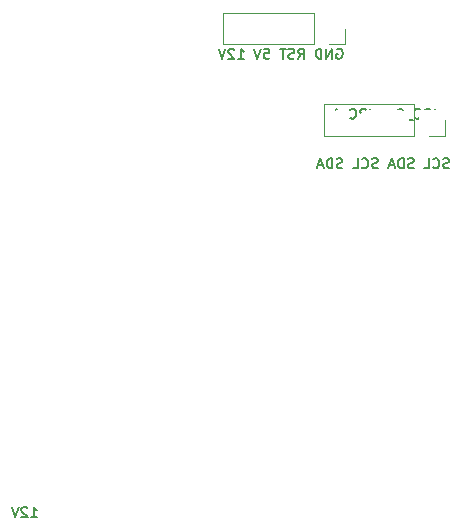
<source format=gbr>
%TF.GenerationSoftware,KiCad,Pcbnew,8.0.8*%
%TF.CreationDate,2025-02-23T18:35:03+01:00*%
%TF.ProjectId,espio,65737069-6f2e-46b6-9963-61645f706362,rev?*%
%TF.SameCoordinates,Original*%
%TF.FileFunction,Legend,Bot*%
%TF.FilePolarity,Positive*%
%FSLAX46Y46*%
G04 Gerber Fmt 4.6, Leading zero omitted, Abs format (unit mm)*
G04 Created by KiCad (PCBNEW 8.0.8) date 2025-02-23 18:35:03*
%MOMM*%
%LPD*%
G01*
G04 APERTURE LIST*
%ADD10C,0.150000*%
%ADD11C,0.120000*%
%ADD12R,1.700000X1.700000*%
%ADD13O,1.700000X1.700000*%
%ADD14C,2.000000*%
%ADD15C,2.500000*%
G04 APERTURE END LIST*
D10*
X151438697Y-97170177D02*
X151438697Y-96320177D01*
X151074411Y-96401129D02*
X151033935Y-96360653D01*
X151033935Y-96360653D02*
X150952982Y-96320177D01*
X150952982Y-96320177D02*
X150750601Y-96320177D01*
X150750601Y-96320177D02*
X150669649Y-96360653D01*
X150669649Y-96360653D02*
X150629173Y-96401129D01*
X150629173Y-96401129D02*
X150588696Y-96482081D01*
X150588696Y-96482081D02*
X150588696Y-96563034D01*
X150588696Y-96563034D02*
X150629173Y-96684462D01*
X150629173Y-96684462D02*
X151114887Y-97170177D01*
X151114887Y-97170177D02*
X150588696Y-97170177D01*
X149738696Y-97089224D02*
X149779172Y-97129701D01*
X149779172Y-97129701D02*
X149900601Y-97170177D01*
X149900601Y-97170177D02*
X149981553Y-97170177D01*
X149981553Y-97170177D02*
X150102982Y-97129701D01*
X150102982Y-97129701D02*
X150183934Y-97048748D01*
X150183934Y-97048748D02*
X150224411Y-96967796D01*
X150224411Y-96967796D02*
X150264887Y-96805891D01*
X150264887Y-96805891D02*
X150264887Y-96684462D01*
X150264887Y-96684462D02*
X150224411Y-96522558D01*
X150224411Y-96522558D02*
X150183934Y-96441605D01*
X150183934Y-96441605D02*
X150102982Y-96360653D01*
X150102982Y-96360653D02*
X149981553Y-96320177D01*
X149981553Y-96320177D02*
X149900601Y-96320177D01*
X149900601Y-96320177D02*
X149779172Y-96360653D01*
X149779172Y-96360653D02*
X149738696Y-96401129D01*
X149576792Y-97251129D02*
X148929172Y-97251129D01*
X148564887Y-96320177D02*
X148483934Y-96320177D01*
X148483934Y-96320177D02*
X148402982Y-96360653D01*
X148402982Y-96360653D02*
X148362506Y-96401129D01*
X148362506Y-96401129D02*
X148322030Y-96482081D01*
X148322030Y-96482081D02*
X148281553Y-96643986D01*
X148281553Y-96643986D02*
X148281553Y-96846367D01*
X148281553Y-96846367D02*
X148322030Y-97008272D01*
X148322030Y-97008272D02*
X148362506Y-97089224D01*
X148362506Y-97089224D02*
X148402982Y-97129701D01*
X148402982Y-97129701D02*
X148483934Y-97170177D01*
X148483934Y-97170177D02*
X148564887Y-97170177D01*
X148564887Y-97170177D02*
X148645839Y-97129701D01*
X148645839Y-97129701D02*
X148686315Y-97089224D01*
X148686315Y-97089224D02*
X148726792Y-97008272D01*
X148726792Y-97008272D02*
X148767268Y-96846367D01*
X148767268Y-96846367D02*
X148767268Y-96643986D01*
X148767268Y-96643986D02*
X148726792Y-96482081D01*
X148726792Y-96482081D02*
X148686315Y-96401129D01*
X148686315Y-96401129D02*
X148645839Y-96360653D01*
X148645839Y-96360653D02*
X148564887Y-96320177D01*
X145974411Y-97170177D02*
X145974411Y-96320177D01*
X145610125Y-96401129D02*
X145569649Y-96360653D01*
X145569649Y-96360653D02*
X145488696Y-96320177D01*
X145488696Y-96320177D02*
X145286315Y-96320177D01*
X145286315Y-96320177D02*
X145205363Y-96360653D01*
X145205363Y-96360653D02*
X145164887Y-96401129D01*
X145164887Y-96401129D02*
X145124410Y-96482081D01*
X145124410Y-96482081D02*
X145124410Y-96563034D01*
X145124410Y-96563034D02*
X145164887Y-96684462D01*
X145164887Y-96684462D02*
X145650601Y-97170177D01*
X145650601Y-97170177D02*
X145124410Y-97170177D01*
X144274410Y-97089224D02*
X144314886Y-97129701D01*
X144314886Y-97129701D02*
X144436315Y-97170177D01*
X144436315Y-97170177D02*
X144517267Y-97170177D01*
X144517267Y-97170177D02*
X144638696Y-97129701D01*
X144638696Y-97129701D02*
X144719648Y-97048748D01*
X144719648Y-97048748D02*
X144760125Y-96967796D01*
X144760125Y-96967796D02*
X144800601Y-96805891D01*
X144800601Y-96805891D02*
X144800601Y-96684462D01*
X144800601Y-96684462D02*
X144760125Y-96522558D01*
X144760125Y-96522558D02*
X144719648Y-96441605D01*
X144719648Y-96441605D02*
X144638696Y-96360653D01*
X144638696Y-96360653D02*
X144517267Y-96320177D01*
X144517267Y-96320177D02*
X144436315Y-96320177D01*
X144436315Y-96320177D02*
X144314886Y-96360653D01*
X144314886Y-96360653D02*
X144274410Y-96401129D01*
X144112506Y-97251129D02*
X143464886Y-97251129D01*
X142817267Y-97170177D02*
X143302982Y-97170177D01*
X143060125Y-97170177D02*
X143060125Y-96320177D01*
X143060125Y-96320177D02*
X143141077Y-96441605D01*
X143141077Y-96441605D02*
X143222029Y-96522558D01*
X143222029Y-96522558D02*
X143302982Y-96563034D01*
X143144696Y-91280653D02*
X143225649Y-91240177D01*
X143225649Y-91240177D02*
X143347077Y-91240177D01*
X143347077Y-91240177D02*
X143468506Y-91280653D01*
X143468506Y-91280653D02*
X143549458Y-91361605D01*
X143549458Y-91361605D02*
X143589935Y-91442558D01*
X143589935Y-91442558D02*
X143630411Y-91604462D01*
X143630411Y-91604462D02*
X143630411Y-91725891D01*
X143630411Y-91725891D02*
X143589935Y-91887796D01*
X143589935Y-91887796D02*
X143549458Y-91968748D01*
X143549458Y-91968748D02*
X143468506Y-92049701D01*
X143468506Y-92049701D02*
X143347077Y-92090177D01*
X143347077Y-92090177D02*
X143266125Y-92090177D01*
X143266125Y-92090177D02*
X143144696Y-92049701D01*
X143144696Y-92049701D02*
X143104220Y-92009224D01*
X143104220Y-92009224D02*
X143104220Y-91725891D01*
X143104220Y-91725891D02*
X143266125Y-91725891D01*
X142739935Y-92090177D02*
X142739935Y-91240177D01*
X142739935Y-91240177D02*
X142254220Y-92090177D01*
X142254220Y-92090177D02*
X142254220Y-91240177D01*
X141849459Y-92090177D02*
X141849459Y-91240177D01*
X141849459Y-91240177D02*
X141647078Y-91240177D01*
X141647078Y-91240177D02*
X141525649Y-91280653D01*
X141525649Y-91280653D02*
X141444697Y-91361605D01*
X141444697Y-91361605D02*
X141404220Y-91442558D01*
X141404220Y-91442558D02*
X141363744Y-91604462D01*
X141363744Y-91604462D02*
X141363744Y-91725891D01*
X141363744Y-91725891D02*
X141404220Y-91887796D01*
X141404220Y-91887796D02*
X141444697Y-91968748D01*
X141444697Y-91968748D02*
X141525649Y-92049701D01*
X141525649Y-92049701D02*
X141647078Y-92090177D01*
X141647078Y-92090177D02*
X141849459Y-92090177D01*
X139866125Y-92090177D02*
X140149459Y-91685415D01*
X140351840Y-92090177D02*
X140351840Y-91240177D01*
X140351840Y-91240177D02*
X140028030Y-91240177D01*
X140028030Y-91240177D02*
X139947078Y-91280653D01*
X139947078Y-91280653D02*
X139906601Y-91321129D01*
X139906601Y-91321129D02*
X139866125Y-91402081D01*
X139866125Y-91402081D02*
X139866125Y-91523510D01*
X139866125Y-91523510D02*
X139906601Y-91604462D01*
X139906601Y-91604462D02*
X139947078Y-91644939D01*
X139947078Y-91644939D02*
X140028030Y-91685415D01*
X140028030Y-91685415D02*
X140351840Y-91685415D01*
X139542316Y-92049701D02*
X139420887Y-92090177D01*
X139420887Y-92090177D02*
X139218506Y-92090177D01*
X139218506Y-92090177D02*
X139137554Y-92049701D01*
X139137554Y-92049701D02*
X139097078Y-92009224D01*
X139097078Y-92009224D02*
X139056601Y-91928272D01*
X139056601Y-91928272D02*
X139056601Y-91847320D01*
X139056601Y-91847320D02*
X139097078Y-91766367D01*
X139097078Y-91766367D02*
X139137554Y-91725891D01*
X139137554Y-91725891D02*
X139218506Y-91685415D01*
X139218506Y-91685415D02*
X139380411Y-91644939D01*
X139380411Y-91644939D02*
X139461363Y-91604462D01*
X139461363Y-91604462D02*
X139501840Y-91563986D01*
X139501840Y-91563986D02*
X139542316Y-91483034D01*
X139542316Y-91483034D02*
X139542316Y-91402081D01*
X139542316Y-91402081D02*
X139501840Y-91321129D01*
X139501840Y-91321129D02*
X139461363Y-91280653D01*
X139461363Y-91280653D02*
X139380411Y-91240177D01*
X139380411Y-91240177D02*
X139178030Y-91240177D01*
X139178030Y-91240177D02*
X139056601Y-91280653D01*
X138813744Y-91240177D02*
X138328030Y-91240177D01*
X138570887Y-92090177D02*
X138570887Y-91240177D01*
X136992316Y-91240177D02*
X137397078Y-91240177D01*
X137397078Y-91240177D02*
X137437554Y-91644939D01*
X137437554Y-91644939D02*
X137397078Y-91604462D01*
X137397078Y-91604462D02*
X137316125Y-91563986D01*
X137316125Y-91563986D02*
X137113744Y-91563986D01*
X137113744Y-91563986D02*
X137032792Y-91604462D01*
X137032792Y-91604462D02*
X136992316Y-91644939D01*
X136992316Y-91644939D02*
X136951839Y-91725891D01*
X136951839Y-91725891D02*
X136951839Y-91928272D01*
X136951839Y-91928272D02*
X136992316Y-92009224D01*
X136992316Y-92009224D02*
X137032792Y-92049701D01*
X137032792Y-92049701D02*
X137113744Y-92090177D01*
X137113744Y-92090177D02*
X137316125Y-92090177D01*
X137316125Y-92090177D02*
X137397078Y-92049701D01*
X137397078Y-92049701D02*
X137437554Y-92009224D01*
X136708982Y-91240177D02*
X136425649Y-92090177D01*
X136425649Y-92090177D02*
X136142315Y-91240177D01*
X134766125Y-92090177D02*
X135251840Y-92090177D01*
X135008983Y-92090177D02*
X135008983Y-91240177D01*
X135008983Y-91240177D02*
X135089935Y-91361605D01*
X135089935Y-91361605D02*
X135170887Y-91442558D01*
X135170887Y-91442558D02*
X135251840Y-91483034D01*
X134442316Y-91321129D02*
X134401840Y-91280653D01*
X134401840Y-91280653D02*
X134320887Y-91240177D01*
X134320887Y-91240177D02*
X134118506Y-91240177D01*
X134118506Y-91240177D02*
X134037554Y-91280653D01*
X134037554Y-91280653D02*
X133997078Y-91321129D01*
X133997078Y-91321129D02*
X133956601Y-91402081D01*
X133956601Y-91402081D02*
X133956601Y-91483034D01*
X133956601Y-91483034D02*
X133997078Y-91604462D01*
X133997078Y-91604462D02*
X134482792Y-92090177D01*
X134482792Y-92090177D02*
X133956601Y-92090177D01*
X133713744Y-91240177D02*
X133430411Y-92090177D01*
X133430411Y-92090177D02*
X133147077Y-91240177D01*
X152647411Y-101320701D02*
X152525982Y-101361177D01*
X152525982Y-101361177D02*
X152323601Y-101361177D01*
X152323601Y-101361177D02*
X152242649Y-101320701D01*
X152242649Y-101320701D02*
X152202173Y-101280224D01*
X152202173Y-101280224D02*
X152161696Y-101199272D01*
X152161696Y-101199272D02*
X152161696Y-101118320D01*
X152161696Y-101118320D02*
X152202173Y-101037367D01*
X152202173Y-101037367D02*
X152242649Y-100996891D01*
X152242649Y-100996891D02*
X152323601Y-100956415D01*
X152323601Y-100956415D02*
X152485506Y-100915939D01*
X152485506Y-100915939D02*
X152566458Y-100875462D01*
X152566458Y-100875462D02*
X152606935Y-100834986D01*
X152606935Y-100834986D02*
X152647411Y-100754034D01*
X152647411Y-100754034D02*
X152647411Y-100673081D01*
X152647411Y-100673081D02*
X152606935Y-100592129D01*
X152606935Y-100592129D02*
X152566458Y-100551653D01*
X152566458Y-100551653D02*
X152485506Y-100511177D01*
X152485506Y-100511177D02*
X152283125Y-100511177D01*
X152283125Y-100511177D02*
X152161696Y-100551653D01*
X151311696Y-101280224D02*
X151352172Y-101320701D01*
X151352172Y-101320701D02*
X151473601Y-101361177D01*
X151473601Y-101361177D02*
X151554553Y-101361177D01*
X151554553Y-101361177D02*
X151675982Y-101320701D01*
X151675982Y-101320701D02*
X151756934Y-101239748D01*
X151756934Y-101239748D02*
X151797411Y-101158796D01*
X151797411Y-101158796D02*
X151837887Y-100996891D01*
X151837887Y-100996891D02*
X151837887Y-100875462D01*
X151837887Y-100875462D02*
X151797411Y-100713558D01*
X151797411Y-100713558D02*
X151756934Y-100632605D01*
X151756934Y-100632605D02*
X151675982Y-100551653D01*
X151675982Y-100551653D02*
X151554553Y-100511177D01*
X151554553Y-100511177D02*
X151473601Y-100511177D01*
X151473601Y-100511177D02*
X151352172Y-100551653D01*
X151352172Y-100551653D02*
X151311696Y-100592129D01*
X150542649Y-101361177D02*
X150947411Y-101361177D01*
X150947411Y-101361177D02*
X150947411Y-100511177D01*
X149652173Y-101320701D02*
X149530744Y-101361177D01*
X149530744Y-101361177D02*
X149328363Y-101361177D01*
X149328363Y-101361177D02*
X149247411Y-101320701D01*
X149247411Y-101320701D02*
X149206935Y-101280224D01*
X149206935Y-101280224D02*
X149166458Y-101199272D01*
X149166458Y-101199272D02*
X149166458Y-101118320D01*
X149166458Y-101118320D02*
X149206935Y-101037367D01*
X149206935Y-101037367D02*
X149247411Y-100996891D01*
X149247411Y-100996891D02*
X149328363Y-100956415D01*
X149328363Y-100956415D02*
X149490268Y-100915939D01*
X149490268Y-100915939D02*
X149571220Y-100875462D01*
X149571220Y-100875462D02*
X149611697Y-100834986D01*
X149611697Y-100834986D02*
X149652173Y-100754034D01*
X149652173Y-100754034D02*
X149652173Y-100673081D01*
X149652173Y-100673081D02*
X149611697Y-100592129D01*
X149611697Y-100592129D02*
X149571220Y-100551653D01*
X149571220Y-100551653D02*
X149490268Y-100511177D01*
X149490268Y-100511177D02*
X149287887Y-100511177D01*
X149287887Y-100511177D02*
X149166458Y-100551653D01*
X148802173Y-101361177D02*
X148802173Y-100511177D01*
X148802173Y-100511177D02*
X148599792Y-100511177D01*
X148599792Y-100511177D02*
X148478363Y-100551653D01*
X148478363Y-100551653D02*
X148397411Y-100632605D01*
X148397411Y-100632605D02*
X148356934Y-100713558D01*
X148356934Y-100713558D02*
X148316458Y-100875462D01*
X148316458Y-100875462D02*
X148316458Y-100996891D01*
X148316458Y-100996891D02*
X148356934Y-101158796D01*
X148356934Y-101158796D02*
X148397411Y-101239748D01*
X148397411Y-101239748D02*
X148478363Y-101320701D01*
X148478363Y-101320701D02*
X148599792Y-101361177D01*
X148599792Y-101361177D02*
X148802173Y-101361177D01*
X147992649Y-101118320D02*
X147587887Y-101118320D01*
X148073601Y-101361177D02*
X147790268Y-100511177D01*
X147790268Y-100511177D02*
X147506934Y-101361177D01*
X146616459Y-101320701D02*
X146495030Y-101361177D01*
X146495030Y-101361177D02*
X146292649Y-101361177D01*
X146292649Y-101361177D02*
X146211697Y-101320701D01*
X146211697Y-101320701D02*
X146171221Y-101280224D01*
X146171221Y-101280224D02*
X146130744Y-101199272D01*
X146130744Y-101199272D02*
X146130744Y-101118320D01*
X146130744Y-101118320D02*
X146171221Y-101037367D01*
X146171221Y-101037367D02*
X146211697Y-100996891D01*
X146211697Y-100996891D02*
X146292649Y-100956415D01*
X146292649Y-100956415D02*
X146454554Y-100915939D01*
X146454554Y-100915939D02*
X146535506Y-100875462D01*
X146535506Y-100875462D02*
X146575983Y-100834986D01*
X146575983Y-100834986D02*
X146616459Y-100754034D01*
X146616459Y-100754034D02*
X146616459Y-100673081D01*
X146616459Y-100673081D02*
X146575983Y-100592129D01*
X146575983Y-100592129D02*
X146535506Y-100551653D01*
X146535506Y-100551653D02*
X146454554Y-100511177D01*
X146454554Y-100511177D02*
X146252173Y-100511177D01*
X146252173Y-100511177D02*
X146130744Y-100551653D01*
X145280744Y-101280224D02*
X145321220Y-101320701D01*
X145321220Y-101320701D02*
X145442649Y-101361177D01*
X145442649Y-101361177D02*
X145523601Y-101361177D01*
X145523601Y-101361177D02*
X145645030Y-101320701D01*
X145645030Y-101320701D02*
X145725982Y-101239748D01*
X145725982Y-101239748D02*
X145766459Y-101158796D01*
X145766459Y-101158796D02*
X145806935Y-100996891D01*
X145806935Y-100996891D02*
X145806935Y-100875462D01*
X145806935Y-100875462D02*
X145766459Y-100713558D01*
X145766459Y-100713558D02*
X145725982Y-100632605D01*
X145725982Y-100632605D02*
X145645030Y-100551653D01*
X145645030Y-100551653D02*
X145523601Y-100511177D01*
X145523601Y-100511177D02*
X145442649Y-100511177D01*
X145442649Y-100511177D02*
X145321220Y-100551653D01*
X145321220Y-100551653D02*
X145280744Y-100592129D01*
X144511697Y-101361177D02*
X144916459Y-101361177D01*
X144916459Y-101361177D02*
X144916459Y-100511177D01*
X143621221Y-101320701D02*
X143499792Y-101361177D01*
X143499792Y-101361177D02*
X143297411Y-101361177D01*
X143297411Y-101361177D02*
X143216459Y-101320701D01*
X143216459Y-101320701D02*
X143175983Y-101280224D01*
X143175983Y-101280224D02*
X143135506Y-101199272D01*
X143135506Y-101199272D02*
X143135506Y-101118320D01*
X143135506Y-101118320D02*
X143175983Y-101037367D01*
X143175983Y-101037367D02*
X143216459Y-100996891D01*
X143216459Y-100996891D02*
X143297411Y-100956415D01*
X143297411Y-100956415D02*
X143459316Y-100915939D01*
X143459316Y-100915939D02*
X143540268Y-100875462D01*
X143540268Y-100875462D02*
X143580745Y-100834986D01*
X143580745Y-100834986D02*
X143621221Y-100754034D01*
X143621221Y-100754034D02*
X143621221Y-100673081D01*
X143621221Y-100673081D02*
X143580745Y-100592129D01*
X143580745Y-100592129D02*
X143540268Y-100551653D01*
X143540268Y-100551653D02*
X143459316Y-100511177D01*
X143459316Y-100511177D02*
X143256935Y-100511177D01*
X143256935Y-100511177D02*
X143135506Y-100551653D01*
X142771221Y-101361177D02*
X142771221Y-100511177D01*
X142771221Y-100511177D02*
X142568840Y-100511177D01*
X142568840Y-100511177D02*
X142447411Y-100551653D01*
X142447411Y-100551653D02*
X142366459Y-100632605D01*
X142366459Y-100632605D02*
X142325982Y-100713558D01*
X142325982Y-100713558D02*
X142285506Y-100875462D01*
X142285506Y-100875462D02*
X142285506Y-100996891D01*
X142285506Y-100996891D02*
X142325982Y-101158796D01*
X142325982Y-101158796D02*
X142366459Y-101239748D01*
X142366459Y-101239748D02*
X142447411Y-101320701D01*
X142447411Y-101320701D02*
X142568840Y-101361177D01*
X142568840Y-101361177D02*
X142771221Y-101361177D01*
X141961697Y-101118320D02*
X141556935Y-101118320D01*
X142042649Y-101361177D02*
X141759316Y-100511177D01*
X141759316Y-100511177D02*
X141475982Y-101361177D01*
X117255696Y-130928177D02*
X117741411Y-130928177D01*
X117498554Y-130928177D02*
X117498554Y-130078177D01*
X117498554Y-130078177D02*
X117579506Y-130199605D01*
X117579506Y-130199605D02*
X117660458Y-130280558D01*
X117660458Y-130280558D02*
X117741411Y-130321034D01*
X116931887Y-130159129D02*
X116891411Y-130118653D01*
X116891411Y-130118653D02*
X116810458Y-130078177D01*
X116810458Y-130078177D02*
X116608077Y-130078177D01*
X116608077Y-130078177D02*
X116527125Y-130118653D01*
X116527125Y-130118653D02*
X116486649Y-130159129D01*
X116486649Y-130159129D02*
X116446172Y-130240081D01*
X116446172Y-130240081D02*
X116446172Y-130321034D01*
X116446172Y-130321034D02*
X116486649Y-130442462D01*
X116486649Y-130442462D02*
X116972363Y-130928177D01*
X116972363Y-130928177D02*
X116446172Y-130928177D01*
X116203315Y-130078177D02*
X115919982Y-130928177D01*
X115919982Y-130928177D02*
X115636648Y-130078177D01*
D11*
%TO.C,J2*%
X142043000Y-95952000D02*
X142043000Y-98612000D01*
X142043000Y-95952000D02*
X149723000Y-95952000D01*
X142043000Y-98612000D02*
X149723000Y-98612000D01*
X149723000Y-95952000D02*
X149723000Y-98612000D01*
X152323000Y-97282000D02*
X152323000Y-98612000D01*
X152323000Y-98612000D02*
X150993000Y-98612000D01*
%TO.C,J1*%
X133534000Y-88205000D02*
X133534000Y-90865000D01*
X133534000Y-88205000D02*
X141214000Y-88205000D01*
X133534000Y-90865000D02*
X141214000Y-90865000D01*
X141214000Y-88205000D02*
X141214000Y-90865000D01*
X143814000Y-89535000D02*
X143814000Y-90865000D01*
X143814000Y-90865000D02*
X142484000Y-90865000D01*
%TD*%
%LPC*%
D12*
%TO.C,U3*%
X113919000Y-104392000D03*
D13*
X116459000Y-104392000D03*
X118999000Y-104392000D03*
X121539000Y-104392000D03*
X124079000Y-104392000D03*
X126619000Y-104392000D03*
X129159000Y-104392000D03*
X131699000Y-104392000D03*
X134239000Y-104392000D03*
X136779000Y-104392000D03*
X139319000Y-104392000D03*
X141859000Y-104392000D03*
X144399000Y-104392000D03*
X146939000Y-104392000D03*
X149479000Y-104392000D03*
X152019000Y-104392000D03*
X154559000Y-104392000D03*
X157099000Y-104392000D03*
X159639000Y-104392000D03*
X162179000Y-104392000D03*
X164719000Y-104392000D03*
X167259000Y-104392000D03*
%TD*%
D14*
%TO.C,P1*%
X110967000Y-129815000D03*
X168367000Y-129815000D03*
D15*
X117667000Y-125095000D03*
X121667000Y-125095000D03*
X125667000Y-125095000D03*
X129667000Y-125095000D03*
X133667000Y-125095000D03*
X137667000Y-125095000D03*
X141667000Y-125095000D03*
X145667000Y-125095000D03*
X149667000Y-125095000D03*
X153667000Y-125095000D03*
X157667000Y-125095000D03*
X161667000Y-125095000D03*
X119667000Y-129095000D03*
X123667000Y-129095000D03*
X127667000Y-129095000D03*
X131667000Y-129095000D03*
X135667000Y-129095000D03*
X139667000Y-129095000D03*
X143667000Y-129095000D03*
X147667000Y-129095000D03*
X151667000Y-129095000D03*
X155667000Y-129095000D03*
X159667000Y-129095000D03*
X117667000Y-133095000D03*
X121667000Y-133095000D03*
X125667000Y-133095000D03*
X129667000Y-133095000D03*
X133667000Y-133095000D03*
X137667000Y-133095000D03*
X141667000Y-133095000D03*
X145667000Y-133095000D03*
X149667000Y-133095000D03*
X153667000Y-133095000D03*
X157667000Y-133095000D03*
X161667000Y-133095000D03*
%TD*%
D12*
%TO.C,U2*%
X113919000Y-78994000D03*
D13*
X116459000Y-78994000D03*
X118999000Y-78994000D03*
X121539000Y-78994000D03*
X124079000Y-78994000D03*
X126619000Y-78994000D03*
X129159000Y-78994000D03*
X131699000Y-78994000D03*
X134239000Y-78994000D03*
X136779000Y-78994000D03*
X139319000Y-78994000D03*
X141859000Y-78994000D03*
X144399000Y-78994000D03*
X146939000Y-78994000D03*
X149479000Y-78994000D03*
X152019000Y-78994000D03*
X154559000Y-78994000D03*
X157099000Y-78994000D03*
X159639000Y-78994000D03*
X162179000Y-78994000D03*
X164719000Y-78994000D03*
X167259000Y-78994000D03*
%TD*%
D12*
%TO.C,J2*%
X150993000Y-97282000D03*
D13*
X148453000Y-97282000D03*
X145913000Y-97282000D03*
X143373000Y-97282000D03*
%TD*%
D12*
%TO.C,J1*%
X142484000Y-89535000D03*
D13*
X139944000Y-89535000D03*
X137404000Y-89535000D03*
X134864000Y-89535000D03*
%TD*%
%LPD*%
M02*

</source>
